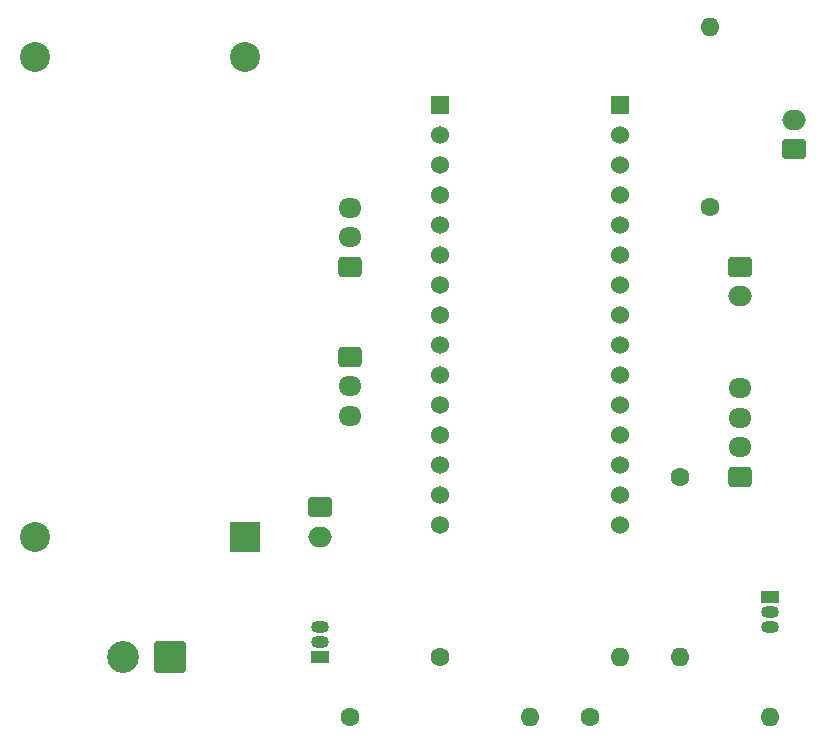
<source format=gbr>
%TF.GenerationSoftware,KiCad,Pcbnew,(6.0.2)*%
%TF.CreationDate,2022-04-27T16:44:08+02:00*%
%TF.ProjectId,Varte vitrine,56617274-6520-4766-9974-72696e652e6b,rev?*%
%TF.SameCoordinates,Original*%
%TF.FileFunction,Soldermask,Top*%
%TF.FilePolarity,Negative*%
%FSLAX46Y46*%
G04 Gerber Fmt 4.6, Leading zero omitted, Abs format (unit mm)*
G04 Created by KiCad (PCBNEW (6.0.2)) date 2022-04-27 16:44:08*
%MOMM*%
%LPD*%
G01*
G04 APERTURE LIST*
G04 Aperture macros list*
%AMRoundRect*
0 Rectangle with rounded corners*
0 $1 Rounding radius*
0 $2 $3 $4 $5 $6 $7 $8 $9 X,Y pos of 4 corners*
0 Add a 4 corners polygon primitive as box body*
4,1,4,$2,$3,$4,$5,$6,$7,$8,$9,$2,$3,0*
0 Add four circle primitives for the rounded corners*
1,1,$1+$1,$2,$3*
1,1,$1+$1,$4,$5*
1,1,$1+$1,$6,$7*
1,1,$1+$1,$8,$9*
0 Add four rect primitives between the rounded corners*
20,1,$1+$1,$2,$3,$4,$5,0*
20,1,$1+$1,$4,$5,$6,$7,0*
20,1,$1+$1,$6,$7,$8,$9,0*
20,1,$1+$1,$8,$9,$2,$3,0*%
G04 Aperture macros list end*
%ADD10RoundRect,0.250000X-0.725000X0.600000X-0.725000X-0.600000X0.725000X-0.600000X0.725000X0.600000X0*%
%ADD11O,1.950000X1.700000*%
%ADD12RoundRect,0.250000X-0.750000X0.600000X-0.750000X-0.600000X0.750000X-0.600000X0.750000X0.600000X0*%
%ADD13O,2.000000X1.700000*%
%ADD14RoundRect,0.250000X0.725000X-0.600000X0.725000X0.600000X-0.725000X0.600000X-0.725000X-0.600000X0*%
%ADD15C,1.600000*%
%ADD16O,1.600000X1.600000*%
%ADD17R,1.530000X1.530000*%
%ADD18C,1.530000*%
%ADD19R,2.540000X2.540000*%
%ADD20C,2.540000*%
%ADD21RoundRect,0.250000X0.750000X-0.600000X0.750000X0.600000X-0.750000X0.600000X-0.750000X-0.600000X0*%
%ADD22R,1.500000X1.050000*%
%ADD23O,1.500000X1.050000*%
%ADD24RoundRect,0.250001X1.099999X1.099999X-1.099999X1.099999X-1.099999X-1.099999X1.099999X-1.099999X0*%
%ADD25C,2.700000*%
G04 APERTURE END LIST*
D10*
%TO.C,J7*%
X175260000Y-66040000D03*
D11*
X175260000Y-68540000D03*
X175260000Y-71040000D03*
%TD*%
D12*
%TO.C,J6*%
X208280000Y-58420000D03*
D13*
X208280000Y-60920000D03*
%TD*%
D14*
%TO.C,J5*%
X208280000Y-76200000D03*
D11*
X208280000Y-73700000D03*
X208280000Y-71200000D03*
X208280000Y-68700000D03*
%TD*%
D15*
%TO.C,R1*%
X182880000Y-91440000D03*
D16*
X198120000Y-91440000D03*
%TD*%
D15*
%TO.C,R5*%
X205740000Y-53340000D03*
D16*
X205740000Y-38100000D03*
%TD*%
D17*
%TO.C,U1*%
X198120000Y-44745000D03*
D18*
X198120000Y-47285000D03*
X198120000Y-49825000D03*
X198120000Y-52365000D03*
X198120000Y-54905000D03*
X198120000Y-57445000D03*
X198120000Y-59985000D03*
X198120000Y-62525000D03*
X198120000Y-65065000D03*
X198120000Y-67605000D03*
X198120000Y-70145000D03*
X198120000Y-72685000D03*
X198120000Y-75225000D03*
X198120000Y-77765000D03*
X198120000Y-80305000D03*
D17*
X182880000Y-44745000D03*
D18*
X182880000Y-47285000D03*
X182880000Y-49825000D03*
X182880000Y-52365000D03*
X182880000Y-54905000D03*
X182880000Y-57445000D03*
X182880000Y-59985000D03*
X182880000Y-62525000D03*
X182880000Y-65065000D03*
X182880000Y-67605000D03*
X182880000Y-70145000D03*
X182880000Y-72685000D03*
X182880000Y-75225000D03*
X182880000Y-77765000D03*
X182880000Y-80305000D03*
%TD*%
D19*
%TO.C,U2*%
X166370000Y-81280000D03*
D20*
X148590000Y-81280000D03*
X148590000Y-40640000D03*
X166370000Y-40640000D03*
%TD*%
D14*
%TO.C,J4*%
X175260000Y-58420000D03*
D11*
X175260000Y-55920000D03*
X175260000Y-53420000D03*
%TD*%
D15*
%TO.C,R4*%
X175260000Y-96520000D03*
D16*
X190500000Y-96520000D03*
%TD*%
D21*
%TO.C,J3*%
X212852000Y-48474000D03*
D13*
X212852000Y-45974000D03*
%TD*%
D22*
%TO.C,Q2*%
X210820000Y-86360000D03*
D23*
X210820000Y-87630000D03*
X210820000Y-88900000D03*
%TD*%
D22*
%TO.C,Q1*%
X172720000Y-91440000D03*
D23*
X172720000Y-90170000D03*
X172720000Y-88900000D03*
%TD*%
D12*
%TO.C,J2*%
X172720000Y-78780000D03*
D13*
X172720000Y-81280000D03*
%TD*%
D15*
%TO.C,R2*%
X203200000Y-76200000D03*
D16*
X203200000Y-91440000D03*
%TD*%
D24*
%TO.C,J1*%
X160020000Y-91440000D03*
D25*
X156060000Y-91440000D03*
%TD*%
D15*
%TO.C,R3*%
X195580000Y-96520000D03*
D16*
X210820000Y-96520000D03*
%TD*%
M02*

</source>
